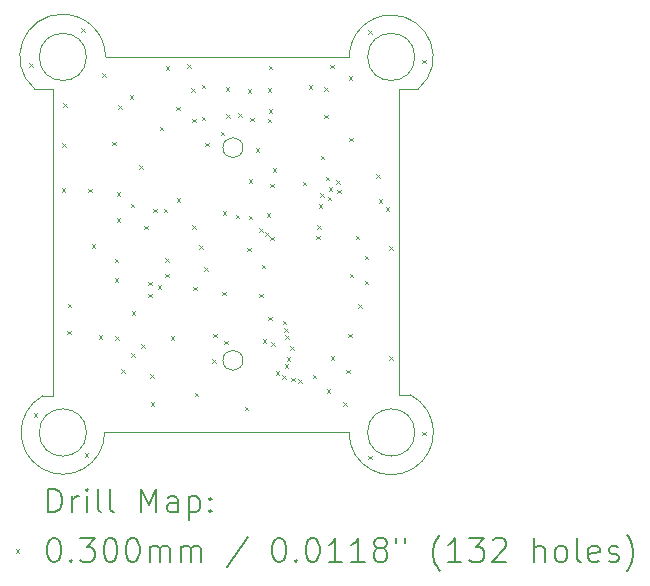
<source format=gbr>
%TF.GenerationSoftware,KiCad,Pcbnew,7.0.2*%
%TF.CreationDate,2023-07-30T22:12:46-04:00*%
%TF.ProjectId,CameraBoard,43616d65-7261-4426-9f61-72642e6b6963,rev?*%
%TF.SameCoordinates,Original*%
%TF.FileFunction,Drillmap*%
%TF.FilePolarity,Positive*%
%FSLAX45Y45*%
G04 Gerber Fmt 4.5, Leading zero omitted, Abs format (unit mm)*
G04 Created by KiCad (PCBNEW 7.0.2) date 2023-07-30 22:12:46*
%MOMM*%
%LPD*%
G01*
G04 APERTURE LIST*
%ADD10C,0.100000*%
%ADD11C,0.050000*%
%ADD12C,0.200000*%
%ADD13C,0.030000*%
G04 APERTURE END LIST*
D10*
X4625000Y-9069000D02*
G75*
G03*
X4625000Y-9069000I-85000J0D01*
G01*
X3100000Y-7938753D02*
G75*
G03*
X2860000Y-8570000I-5122J-359300D01*
G01*
X3461248Y-8300000D02*
G75*
G03*
X3100000Y-7938752I-361248J0D01*
G01*
X6110007Y-8570008D02*
G75*
G03*
X5880000Y-7945317I-228687J270488D01*
G01*
X2930000Y-11170000D02*
G75*
G03*
X3453553Y-11480000I170000J-310000D01*
G01*
X3020000Y-11170000D02*
X2930000Y-11170000D01*
X5880000Y-7945317D02*
G75*
G03*
X5525317Y-8300000I0J-354683D01*
G01*
X6040000Y-11160000D02*
X5950000Y-11160000D01*
X5950000Y-8570000D02*
X5950000Y-11160000D01*
X3300000Y-8300000D02*
G75*
G03*
X3300000Y-8300000I-200000J0D01*
G01*
X5522229Y-11480000D02*
X3453553Y-11480000D01*
X6080000Y-8300000D02*
G75*
G03*
X6080000Y-8300000I-200000J0D01*
G01*
X6110000Y-8570000D02*
X6040000Y-8570000D01*
X3020000Y-8570000D02*
X3020000Y-11170000D01*
X3020000Y-8570000D02*
X2930000Y-8570000D01*
X4625000Y-10869000D02*
G75*
G03*
X4625000Y-10869000I-85000J0D01*
G01*
X5522229Y-11480000D02*
G75*
G03*
X6040000Y-11160000I357771J0D01*
G01*
D11*
X6080000Y-11480000D02*
G75*
G03*
X6080000Y-11480000I-200000J0D01*
G01*
X3300000Y-11480000D02*
G75*
G03*
X3300000Y-11480000I-200000J0D01*
G01*
D10*
X2930000Y-8570000D02*
X2860000Y-8570000D01*
X5525317Y-8300000D02*
X3461248Y-8300000D01*
X6040000Y-8570000D02*
X5950000Y-8570000D01*
D12*
D13*
X2815000Y-8355000D02*
X2845000Y-8385000D01*
X2845000Y-8355000D02*
X2815000Y-8385000D01*
X2855000Y-11315000D02*
X2885000Y-11345000D01*
X2885000Y-11315000D02*
X2855000Y-11345000D01*
X3090000Y-9410000D02*
X3120000Y-9440000D01*
X3120000Y-9410000D02*
X3090000Y-9440000D01*
X3095000Y-9030000D02*
X3125000Y-9060000D01*
X3125000Y-9030000D02*
X3095000Y-9060000D01*
X3105000Y-8690000D02*
X3135000Y-8720000D01*
X3135000Y-8690000D02*
X3105000Y-8720000D01*
X3135000Y-10620000D02*
X3165000Y-10650000D01*
X3165000Y-10620000D02*
X3135000Y-10650000D01*
X3140000Y-10390000D02*
X3170000Y-10420000D01*
X3170000Y-10390000D02*
X3140000Y-10420000D01*
X3255000Y-8055000D02*
X3285000Y-8085000D01*
X3285000Y-8055000D02*
X3255000Y-8085000D01*
X3285000Y-11655000D02*
X3315000Y-11685000D01*
X3315000Y-11655000D02*
X3285000Y-11685000D01*
X3315000Y-9415000D02*
X3345000Y-9445000D01*
X3345000Y-9415000D02*
X3315000Y-9445000D01*
X3345000Y-9885000D02*
X3375000Y-9915000D01*
X3375000Y-9885000D02*
X3345000Y-9915000D01*
X3405000Y-10655000D02*
X3435000Y-10685000D01*
X3435000Y-10655000D02*
X3405000Y-10685000D01*
X3435000Y-8440000D02*
X3465000Y-8470000D01*
X3465000Y-8440000D02*
X3435000Y-8470000D01*
X3520000Y-9020000D02*
X3550000Y-9050000D01*
X3550000Y-9020000D02*
X3520000Y-9050000D01*
X3540000Y-10010000D02*
X3570000Y-10040000D01*
X3570000Y-10010000D02*
X3540000Y-10040000D01*
X3540000Y-10175000D02*
X3570000Y-10205000D01*
X3570000Y-10175000D02*
X3540000Y-10205000D01*
X3545000Y-10665000D02*
X3575000Y-10695000D01*
X3575000Y-10665000D02*
X3545000Y-10695000D01*
X3555000Y-9445000D02*
X3585000Y-9475000D01*
X3585000Y-9445000D02*
X3555000Y-9475000D01*
X3555000Y-9665000D02*
X3585000Y-9695000D01*
X3585000Y-9665000D02*
X3555000Y-9695000D01*
X3570000Y-8710000D02*
X3600000Y-8740000D01*
X3600000Y-8710000D02*
X3570000Y-8740000D01*
X3595000Y-10945000D02*
X3625000Y-10975000D01*
X3625000Y-10945000D02*
X3595000Y-10975000D01*
X3665000Y-8625000D02*
X3695000Y-8655000D01*
X3695000Y-8625000D02*
X3665000Y-8655000D01*
X3675000Y-9545000D02*
X3705000Y-9575000D01*
X3705000Y-9545000D02*
X3675000Y-9575000D01*
X3680000Y-10810000D02*
X3710000Y-10840000D01*
X3710000Y-10810000D02*
X3680000Y-10840000D01*
X3685000Y-10455000D02*
X3715000Y-10485000D01*
X3715000Y-10455000D02*
X3685000Y-10485000D01*
X3745000Y-9215000D02*
X3775000Y-9245000D01*
X3775000Y-9215000D02*
X3745000Y-9245000D01*
X3765000Y-10735000D02*
X3795000Y-10765000D01*
X3795000Y-10735000D02*
X3765000Y-10765000D01*
X3790000Y-9730000D02*
X3820000Y-9760000D01*
X3820000Y-9730000D02*
X3790000Y-9760000D01*
X3825000Y-10205000D02*
X3855000Y-10235000D01*
X3855000Y-10205000D02*
X3825000Y-10235000D01*
X3825000Y-10305000D02*
X3855000Y-10335000D01*
X3855000Y-10305000D02*
X3825000Y-10335000D01*
X3840000Y-10985000D02*
X3870000Y-11015000D01*
X3870000Y-10985000D02*
X3840000Y-11015000D01*
X3845000Y-11225000D02*
X3875000Y-11255000D01*
X3875000Y-11225000D02*
X3845000Y-11255000D01*
X3865000Y-9585000D02*
X3895000Y-9615000D01*
X3895000Y-9585000D02*
X3865000Y-9615000D01*
X3905000Y-10235000D02*
X3935000Y-10265000D01*
X3935000Y-10235000D02*
X3905000Y-10265000D01*
X3920000Y-8890000D02*
X3950000Y-8920000D01*
X3950000Y-8890000D02*
X3920000Y-8920000D01*
X3955000Y-9585000D02*
X3985000Y-9615000D01*
X3985000Y-9585000D02*
X3955000Y-9615000D01*
X3965000Y-10005000D02*
X3995000Y-10035000D01*
X3995000Y-10005000D02*
X3965000Y-10035000D01*
X3965000Y-10135000D02*
X3995000Y-10165000D01*
X3995000Y-10135000D02*
X3965000Y-10165000D01*
X3970000Y-8380000D02*
X4000000Y-8410000D01*
X4000000Y-8380000D02*
X3970000Y-8410000D01*
X4015000Y-10665000D02*
X4045000Y-10695000D01*
X4045000Y-10665000D02*
X4015000Y-10695000D01*
X4060000Y-8720000D02*
X4090000Y-8750000D01*
X4090000Y-8720000D02*
X4060000Y-8750000D01*
X4065000Y-9495000D02*
X4095000Y-9525000D01*
X4095000Y-9495000D02*
X4065000Y-9525000D01*
X4155000Y-8360000D02*
X4185000Y-8390000D01*
X4185000Y-8360000D02*
X4155000Y-8390000D01*
X4185000Y-8565000D02*
X4215000Y-8595000D01*
X4215000Y-8565000D02*
X4185000Y-8595000D01*
X4195000Y-8825000D02*
X4225000Y-8855000D01*
X4225000Y-8825000D02*
X4195000Y-8855000D01*
X4195000Y-9725000D02*
X4225000Y-9755000D01*
X4225000Y-9725000D02*
X4195000Y-9755000D01*
X4205000Y-10245000D02*
X4235000Y-10275000D01*
X4235000Y-10245000D02*
X4205000Y-10275000D01*
X4215000Y-11145000D02*
X4245000Y-11175000D01*
X4245000Y-11145000D02*
X4215000Y-11175000D01*
X4255000Y-9895000D02*
X4285000Y-9925000D01*
X4285000Y-9895000D02*
X4255000Y-9925000D01*
X4275000Y-8535000D02*
X4305000Y-8565000D01*
X4305000Y-8535000D02*
X4275000Y-8565000D01*
X4275000Y-8805610D02*
X4305000Y-8835610D01*
X4305000Y-8805610D02*
X4275000Y-8835610D01*
X4295000Y-10080000D02*
X4325000Y-10110000D01*
X4325000Y-10080000D02*
X4295000Y-10110000D01*
X4305000Y-9025000D02*
X4335000Y-9055000D01*
X4335000Y-9025000D02*
X4305000Y-9055000D01*
X4365000Y-10860000D02*
X4395000Y-10890000D01*
X4395000Y-10860000D02*
X4365000Y-10890000D01*
X4375000Y-10645000D02*
X4405000Y-10675000D01*
X4405000Y-10645000D02*
X4375000Y-10675000D01*
X4435000Y-8935000D02*
X4465000Y-8965000D01*
X4465000Y-8935000D02*
X4435000Y-8965000D01*
X4450000Y-10290000D02*
X4480000Y-10320000D01*
X4480000Y-10290000D02*
X4450000Y-10320000D01*
X4455000Y-9605000D02*
X4485000Y-9635000D01*
X4485000Y-9605000D02*
X4455000Y-9635000D01*
X4465000Y-10705000D02*
X4495000Y-10735000D01*
X4495000Y-10705000D02*
X4465000Y-10735000D01*
X4480000Y-8555000D02*
X4510000Y-8585000D01*
X4510000Y-8555000D02*
X4480000Y-8585000D01*
X4485000Y-8785000D02*
X4515000Y-8815000D01*
X4515000Y-8785000D02*
X4485000Y-8815000D01*
X4565000Y-9635000D02*
X4595000Y-9665000D01*
X4595000Y-9635000D02*
X4565000Y-9665000D01*
X4585000Y-8775000D02*
X4615000Y-8805000D01*
X4615000Y-8775000D02*
X4585000Y-8805000D01*
X4640000Y-11260000D02*
X4670000Y-11290000D01*
X4670000Y-11260000D02*
X4640000Y-11290000D01*
X4660000Y-9915000D02*
X4690000Y-9945000D01*
X4690000Y-9915000D02*
X4660000Y-9945000D01*
X4665000Y-8575000D02*
X4695000Y-8605000D01*
X4695000Y-8575000D02*
X4665000Y-8605000D01*
X4675000Y-9335000D02*
X4705000Y-9365000D01*
X4705000Y-9335000D02*
X4675000Y-9365000D01*
X4675000Y-9645000D02*
X4705000Y-9675000D01*
X4705000Y-9645000D02*
X4675000Y-9675000D01*
X4685000Y-8815000D02*
X4715000Y-8845000D01*
X4715000Y-8815000D02*
X4685000Y-8845000D01*
X4735000Y-9075000D02*
X4765000Y-9105000D01*
X4765000Y-9075000D02*
X4735000Y-9105000D01*
X4762944Y-9749470D02*
X4792944Y-9779470D01*
X4792944Y-9749470D02*
X4762944Y-9779470D01*
X4765000Y-10305000D02*
X4795000Y-10335000D01*
X4795000Y-10305000D02*
X4765000Y-10335000D01*
X4785000Y-10060000D02*
X4815000Y-10090000D01*
X4815000Y-10060000D02*
X4785000Y-10090000D01*
X4793448Y-10690050D02*
X4823448Y-10720050D01*
X4823448Y-10690050D02*
X4793448Y-10720050D01*
X4812680Y-9782941D02*
X4842680Y-9812941D01*
X4842680Y-9782941D02*
X4812680Y-9812941D01*
X4825000Y-9625000D02*
X4855000Y-9655000D01*
X4855000Y-9625000D02*
X4825000Y-9655000D01*
X4835000Y-8565000D02*
X4865000Y-8595000D01*
X4865000Y-8565000D02*
X4835000Y-8595000D01*
X4835000Y-8825000D02*
X4865000Y-8855000D01*
X4865000Y-8825000D02*
X4835000Y-8855000D01*
X4838622Y-10500050D02*
X4868622Y-10530050D01*
X4868622Y-10500050D02*
X4838622Y-10530050D01*
X4845000Y-8375000D02*
X4875000Y-8405000D01*
X4875000Y-8375000D02*
X4845000Y-8405000D01*
X4845000Y-8745000D02*
X4875000Y-8775000D01*
X4875000Y-8745000D02*
X4845000Y-8775000D01*
X4855000Y-9375000D02*
X4885000Y-9405000D01*
X4885000Y-9375000D02*
X4855000Y-9405000D01*
X4857514Y-9822740D02*
X4887514Y-9852740D01*
X4887514Y-9822740D02*
X4857514Y-9852740D01*
X4865000Y-10715000D02*
X4895000Y-10745000D01*
X4895000Y-10715000D02*
X4865000Y-10745000D01*
X4876749Y-9243251D02*
X4906749Y-9273251D01*
X4906749Y-9243251D02*
X4876749Y-9273251D01*
X4900526Y-10960742D02*
X4930526Y-10990742D01*
X4930526Y-10960742D02*
X4900526Y-10990742D01*
X4957696Y-10994800D02*
X4987696Y-11024800D01*
X4987696Y-10994800D02*
X4957696Y-11024800D01*
X4962365Y-10533366D02*
X4992365Y-10563366D01*
X4992365Y-10533366D02*
X4962365Y-10563366D01*
X4972768Y-10595850D02*
X5002768Y-10625850D01*
X5002768Y-10595850D02*
X4972768Y-10625850D01*
X4980105Y-10904010D02*
X5010105Y-10934010D01*
X5010105Y-10904010D02*
X4980105Y-10934010D01*
X4983895Y-10654758D02*
X5013895Y-10684758D01*
X5013895Y-10654758D02*
X4983895Y-10684758D01*
X4995098Y-10842040D02*
X5025098Y-10872040D01*
X5025098Y-10842040D02*
X4995098Y-10872040D01*
X5023476Y-10750093D02*
X5053476Y-10780093D01*
X5053476Y-10750093D02*
X5023476Y-10780093D01*
X5034646Y-11017218D02*
X5064646Y-11047218D01*
X5064646Y-11017218D02*
X5034646Y-11047218D01*
X5093374Y-11029257D02*
X5123374Y-11059257D01*
X5123374Y-11029257D02*
X5093374Y-11059257D01*
X5129326Y-9357105D02*
X5159326Y-9387105D01*
X5159326Y-9357105D02*
X5129326Y-9387105D01*
X5180000Y-8540000D02*
X5210000Y-8570000D01*
X5210000Y-8540000D02*
X5180000Y-8570000D01*
X5215000Y-10990000D02*
X5245000Y-11020000D01*
X5245000Y-10990000D02*
X5215000Y-11020000D01*
X5245000Y-9815000D02*
X5275000Y-9845000D01*
X5275000Y-9815000D02*
X5245000Y-9845000D01*
X5252885Y-9725100D02*
X5282885Y-9755100D01*
X5282885Y-9725100D02*
X5252885Y-9755100D01*
X5267685Y-9545350D02*
X5297685Y-9575350D01*
X5297685Y-9545350D02*
X5267685Y-9575350D01*
X5276927Y-9455450D02*
X5306927Y-9485450D01*
X5306927Y-9455450D02*
X5276927Y-9485450D01*
X5285000Y-9135000D02*
X5315000Y-9165000D01*
X5315000Y-9135000D02*
X5285000Y-9165000D01*
X5315000Y-8555000D02*
X5345000Y-8585000D01*
X5345000Y-8555000D02*
X5315000Y-8585000D01*
X5315000Y-8790000D02*
X5345000Y-8820000D01*
X5345000Y-8790000D02*
X5315000Y-8820000D01*
X5327559Y-9314353D02*
X5357559Y-9344353D01*
X5357559Y-9314353D02*
X5327559Y-9344353D01*
X5335000Y-11115000D02*
X5365000Y-11145000D01*
X5365000Y-11115000D02*
X5335000Y-11145000D01*
X5341135Y-9485184D02*
X5371135Y-9515184D01*
X5371135Y-9485184D02*
X5341135Y-9515184D01*
X5352432Y-9403816D02*
X5382432Y-9433816D01*
X5382432Y-9403816D02*
X5352432Y-9433816D01*
X5365000Y-8365000D02*
X5395000Y-8395000D01*
X5395000Y-8365000D02*
X5365000Y-8395000D01*
X5370000Y-10835000D02*
X5400000Y-10865000D01*
X5400000Y-10835000D02*
X5370000Y-10865000D01*
X5415000Y-9345000D02*
X5445000Y-9375000D01*
X5445000Y-9345000D02*
X5415000Y-9375000D01*
X5425000Y-9425000D02*
X5455000Y-9455000D01*
X5455000Y-9425000D02*
X5425000Y-9455000D01*
X5475000Y-11225000D02*
X5505000Y-11255000D01*
X5505000Y-11225000D02*
X5475000Y-11255000D01*
X5500000Y-10950000D02*
X5530000Y-10980000D01*
X5530000Y-10950000D02*
X5500000Y-10980000D01*
X5515000Y-10645000D02*
X5545000Y-10675000D01*
X5545000Y-10645000D02*
X5515000Y-10675000D01*
X5520000Y-8465000D02*
X5550000Y-8495000D01*
X5550000Y-8465000D02*
X5520000Y-8495000D01*
X5525000Y-8985000D02*
X5555000Y-9015000D01*
X5555000Y-8985000D02*
X5525000Y-9015000D01*
X5530050Y-10135000D02*
X5560050Y-10165000D01*
X5560050Y-10135000D02*
X5530050Y-10165000D01*
X5580400Y-9815000D02*
X5610400Y-9845000D01*
X5610400Y-9815000D02*
X5580400Y-9845000D01*
X5602550Y-10392899D02*
X5632550Y-10422899D01*
X5632550Y-10392899D02*
X5602550Y-10422899D01*
X5655000Y-9985000D02*
X5685000Y-10015000D01*
X5685000Y-9985000D02*
X5655000Y-10015000D01*
X5655000Y-10195000D02*
X5685000Y-10225000D01*
X5685000Y-10195000D02*
X5655000Y-10225000D01*
X5685000Y-8075000D02*
X5715000Y-8105000D01*
X5715000Y-8075000D02*
X5685000Y-8105000D01*
X5685000Y-11675000D02*
X5715000Y-11705000D01*
X5715000Y-11675000D02*
X5685000Y-11705000D01*
X5755000Y-9295000D02*
X5785000Y-9325000D01*
X5785000Y-9295000D02*
X5755000Y-9325000D01*
X5775000Y-9505000D02*
X5805000Y-9535000D01*
X5805000Y-9505000D02*
X5775000Y-9535000D01*
X5835000Y-9575000D02*
X5865000Y-9605000D01*
X5865000Y-9575000D02*
X5835000Y-9605000D01*
X5865000Y-9905000D02*
X5895000Y-9935000D01*
X5895000Y-9905000D02*
X5865000Y-9935000D01*
X5865000Y-10835000D02*
X5895000Y-10865000D01*
X5895000Y-10835000D02*
X5865000Y-10865000D01*
X6145000Y-8325000D02*
X6175000Y-8355000D01*
X6175000Y-8325000D02*
X6145000Y-8355000D01*
X6145000Y-11475000D02*
X6175000Y-11505000D01*
X6175000Y-11475000D02*
X6145000Y-11505000D01*
D12*
X2978160Y-12155295D02*
X2978160Y-11955295D01*
X2978160Y-11955295D02*
X3025779Y-11955295D01*
X3025779Y-11955295D02*
X3054351Y-11964818D01*
X3054351Y-11964818D02*
X3073398Y-11983866D01*
X3073398Y-11983866D02*
X3082922Y-12002914D01*
X3082922Y-12002914D02*
X3092446Y-12041009D01*
X3092446Y-12041009D02*
X3092446Y-12069580D01*
X3092446Y-12069580D02*
X3082922Y-12107675D01*
X3082922Y-12107675D02*
X3073398Y-12126723D01*
X3073398Y-12126723D02*
X3054351Y-12145771D01*
X3054351Y-12145771D02*
X3025779Y-12155295D01*
X3025779Y-12155295D02*
X2978160Y-12155295D01*
X3178160Y-12155295D02*
X3178160Y-12021961D01*
X3178160Y-12060056D02*
X3187684Y-12041009D01*
X3187684Y-12041009D02*
X3197208Y-12031485D01*
X3197208Y-12031485D02*
X3216255Y-12021961D01*
X3216255Y-12021961D02*
X3235303Y-12021961D01*
X3301970Y-12155295D02*
X3301970Y-12021961D01*
X3301970Y-11955295D02*
X3292446Y-11964818D01*
X3292446Y-11964818D02*
X3301970Y-11974342D01*
X3301970Y-11974342D02*
X3311494Y-11964818D01*
X3311494Y-11964818D02*
X3301970Y-11955295D01*
X3301970Y-11955295D02*
X3301970Y-11974342D01*
X3425779Y-12155295D02*
X3406732Y-12145771D01*
X3406732Y-12145771D02*
X3397208Y-12126723D01*
X3397208Y-12126723D02*
X3397208Y-11955295D01*
X3530541Y-12155295D02*
X3511494Y-12145771D01*
X3511494Y-12145771D02*
X3501970Y-12126723D01*
X3501970Y-12126723D02*
X3501970Y-11955295D01*
X3759113Y-12155295D02*
X3759113Y-11955295D01*
X3759113Y-11955295D02*
X3825779Y-12098152D01*
X3825779Y-12098152D02*
X3892446Y-11955295D01*
X3892446Y-11955295D02*
X3892446Y-12155295D01*
X4073398Y-12155295D02*
X4073398Y-12050533D01*
X4073398Y-12050533D02*
X4063875Y-12031485D01*
X4063875Y-12031485D02*
X4044827Y-12021961D01*
X4044827Y-12021961D02*
X4006732Y-12021961D01*
X4006732Y-12021961D02*
X3987684Y-12031485D01*
X4073398Y-12145771D02*
X4054351Y-12155295D01*
X4054351Y-12155295D02*
X4006732Y-12155295D01*
X4006732Y-12155295D02*
X3987684Y-12145771D01*
X3987684Y-12145771D02*
X3978160Y-12126723D01*
X3978160Y-12126723D02*
X3978160Y-12107675D01*
X3978160Y-12107675D02*
X3987684Y-12088628D01*
X3987684Y-12088628D02*
X4006732Y-12079104D01*
X4006732Y-12079104D02*
X4054351Y-12079104D01*
X4054351Y-12079104D02*
X4073398Y-12069580D01*
X4168636Y-12021961D02*
X4168636Y-12221961D01*
X4168636Y-12031485D02*
X4187684Y-12021961D01*
X4187684Y-12021961D02*
X4225779Y-12021961D01*
X4225779Y-12021961D02*
X4244827Y-12031485D01*
X4244827Y-12031485D02*
X4254351Y-12041009D01*
X4254351Y-12041009D02*
X4263875Y-12060056D01*
X4263875Y-12060056D02*
X4263875Y-12117199D01*
X4263875Y-12117199D02*
X4254351Y-12136247D01*
X4254351Y-12136247D02*
X4244827Y-12145771D01*
X4244827Y-12145771D02*
X4225779Y-12155295D01*
X4225779Y-12155295D02*
X4187684Y-12155295D01*
X4187684Y-12155295D02*
X4168636Y-12145771D01*
X4349589Y-12136247D02*
X4359113Y-12145771D01*
X4359113Y-12145771D02*
X4349589Y-12155295D01*
X4349589Y-12155295D02*
X4340065Y-12145771D01*
X4340065Y-12145771D02*
X4349589Y-12136247D01*
X4349589Y-12136247D02*
X4349589Y-12155295D01*
X4349589Y-12031485D02*
X4359113Y-12041009D01*
X4359113Y-12041009D02*
X4349589Y-12050533D01*
X4349589Y-12050533D02*
X4340065Y-12041009D01*
X4340065Y-12041009D02*
X4349589Y-12031485D01*
X4349589Y-12031485D02*
X4349589Y-12050533D01*
D13*
X2700541Y-12467771D02*
X2730541Y-12497771D01*
X2730541Y-12467771D02*
X2700541Y-12497771D01*
D12*
X3016255Y-12375295D02*
X3035303Y-12375295D01*
X3035303Y-12375295D02*
X3054351Y-12384818D01*
X3054351Y-12384818D02*
X3063875Y-12394342D01*
X3063875Y-12394342D02*
X3073398Y-12413390D01*
X3073398Y-12413390D02*
X3082922Y-12451485D01*
X3082922Y-12451485D02*
X3082922Y-12499104D01*
X3082922Y-12499104D02*
X3073398Y-12537199D01*
X3073398Y-12537199D02*
X3063875Y-12556247D01*
X3063875Y-12556247D02*
X3054351Y-12565771D01*
X3054351Y-12565771D02*
X3035303Y-12575295D01*
X3035303Y-12575295D02*
X3016255Y-12575295D01*
X3016255Y-12575295D02*
X2997208Y-12565771D01*
X2997208Y-12565771D02*
X2987684Y-12556247D01*
X2987684Y-12556247D02*
X2978160Y-12537199D01*
X2978160Y-12537199D02*
X2968636Y-12499104D01*
X2968636Y-12499104D02*
X2968636Y-12451485D01*
X2968636Y-12451485D02*
X2978160Y-12413390D01*
X2978160Y-12413390D02*
X2987684Y-12394342D01*
X2987684Y-12394342D02*
X2997208Y-12384818D01*
X2997208Y-12384818D02*
X3016255Y-12375295D01*
X3168636Y-12556247D02*
X3178160Y-12565771D01*
X3178160Y-12565771D02*
X3168636Y-12575295D01*
X3168636Y-12575295D02*
X3159113Y-12565771D01*
X3159113Y-12565771D02*
X3168636Y-12556247D01*
X3168636Y-12556247D02*
X3168636Y-12575295D01*
X3244827Y-12375295D02*
X3368636Y-12375295D01*
X3368636Y-12375295D02*
X3301970Y-12451485D01*
X3301970Y-12451485D02*
X3330541Y-12451485D01*
X3330541Y-12451485D02*
X3349589Y-12461009D01*
X3349589Y-12461009D02*
X3359113Y-12470533D01*
X3359113Y-12470533D02*
X3368636Y-12489580D01*
X3368636Y-12489580D02*
X3368636Y-12537199D01*
X3368636Y-12537199D02*
X3359113Y-12556247D01*
X3359113Y-12556247D02*
X3349589Y-12565771D01*
X3349589Y-12565771D02*
X3330541Y-12575295D01*
X3330541Y-12575295D02*
X3273398Y-12575295D01*
X3273398Y-12575295D02*
X3254351Y-12565771D01*
X3254351Y-12565771D02*
X3244827Y-12556247D01*
X3492446Y-12375295D02*
X3511494Y-12375295D01*
X3511494Y-12375295D02*
X3530541Y-12384818D01*
X3530541Y-12384818D02*
X3540065Y-12394342D01*
X3540065Y-12394342D02*
X3549589Y-12413390D01*
X3549589Y-12413390D02*
X3559113Y-12451485D01*
X3559113Y-12451485D02*
X3559113Y-12499104D01*
X3559113Y-12499104D02*
X3549589Y-12537199D01*
X3549589Y-12537199D02*
X3540065Y-12556247D01*
X3540065Y-12556247D02*
X3530541Y-12565771D01*
X3530541Y-12565771D02*
X3511494Y-12575295D01*
X3511494Y-12575295D02*
X3492446Y-12575295D01*
X3492446Y-12575295D02*
X3473398Y-12565771D01*
X3473398Y-12565771D02*
X3463875Y-12556247D01*
X3463875Y-12556247D02*
X3454351Y-12537199D01*
X3454351Y-12537199D02*
X3444827Y-12499104D01*
X3444827Y-12499104D02*
X3444827Y-12451485D01*
X3444827Y-12451485D02*
X3454351Y-12413390D01*
X3454351Y-12413390D02*
X3463875Y-12394342D01*
X3463875Y-12394342D02*
X3473398Y-12384818D01*
X3473398Y-12384818D02*
X3492446Y-12375295D01*
X3682922Y-12375295D02*
X3701970Y-12375295D01*
X3701970Y-12375295D02*
X3721017Y-12384818D01*
X3721017Y-12384818D02*
X3730541Y-12394342D01*
X3730541Y-12394342D02*
X3740065Y-12413390D01*
X3740065Y-12413390D02*
X3749589Y-12451485D01*
X3749589Y-12451485D02*
X3749589Y-12499104D01*
X3749589Y-12499104D02*
X3740065Y-12537199D01*
X3740065Y-12537199D02*
X3730541Y-12556247D01*
X3730541Y-12556247D02*
X3721017Y-12565771D01*
X3721017Y-12565771D02*
X3701970Y-12575295D01*
X3701970Y-12575295D02*
X3682922Y-12575295D01*
X3682922Y-12575295D02*
X3663875Y-12565771D01*
X3663875Y-12565771D02*
X3654351Y-12556247D01*
X3654351Y-12556247D02*
X3644827Y-12537199D01*
X3644827Y-12537199D02*
X3635303Y-12499104D01*
X3635303Y-12499104D02*
X3635303Y-12451485D01*
X3635303Y-12451485D02*
X3644827Y-12413390D01*
X3644827Y-12413390D02*
X3654351Y-12394342D01*
X3654351Y-12394342D02*
X3663875Y-12384818D01*
X3663875Y-12384818D02*
X3682922Y-12375295D01*
X3835303Y-12575295D02*
X3835303Y-12441961D01*
X3835303Y-12461009D02*
X3844827Y-12451485D01*
X3844827Y-12451485D02*
X3863875Y-12441961D01*
X3863875Y-12441961D02*
X3892446Y-12441961D01*
X3892446Y-12441961D02*
X3911494Y-12451485D01*
X3911494Y-12451485D02*
X3921017Y-12470533D01*
X3921017Y-12470533D02*
X3921017Y-12575295D01*
X3921017Y-12470533D02*
X3930541Y-12451485D01*
X3930541Y-12451485D02*
X3949589Y-12441961D01*
X3949589Y-12441961D02*
X3978160Y-12441961D01*
X3978160Y-12441961D02*
X3997208Y-12451485D01*
X3997208Y-12451485D02*
X4006732Y-12470533D01*
X4006732Y-12470533D02*
X4006732Y-12575295D01*
X4101970Y-12575295D02*
X4101970Y-12441961D01*
X4101970Y-12461009D02*
X4111494Y-12451485D01*
X4111494Y-12451485D02*
X4130541Y-12441961D01*
X4130541Y-12441961D02*
X4159113Y-12441961D01*
X4159113Y-12441961D02*
X4178160Y-12451485D01*
X4178160Y-12451485D02*
X4187684Y-12470533D01*
X4187684Y-12470533D02*
X4187684Y-12575295D01*
X4187684Y-12470533D02*
X4197208Y-12451485D01*
X4197208Y-12451485D02*
X4216256Y-12441961D01*
X4216256Y-12441961D02*
X4244827Y-12441961D01*
X4244827Y-12441961D02*
X4263875Y-12451485D01*
X4263875Y-12451485D02*
X4273399Y-12470533D01*
X4273399Y-12470533D02*
X4273399Y-12575295D01*
X4663875Y-12365771D02*
X4492446Y-12622914D01*
X4921018Y-12375295D02*
X4940065Y-12375295D01*
X4940065Y-12375295D02*
X4959113Y-12384818D01*
X4959113Y-12384818D02*
X4968637Y-12394342D01*
X4968637Y-12394342D02*
X4978161Y-12413390D01*
X4978161Y-12413390D02*
X4987684Y-12451485D01*
X4987684Y-12451485D02*
X4987684Y-12499104D01*
X4987684Y-12499104D02*
X4978161Y-12537199D01*
X4978161Y-12537199D02*
X4968637Y-12556247D01*
X4968637Y-12556247D02*
X4959113Y-12565771D01*
X4959113Y-12565771D02*
X4940065Y-12575295D01*
X4940065Y-12575295D02*
X4921018Y-12575295D01*
X4921018Y-12575295D02*
X4901970Y-12565771D01*
X4901970Y-12565771D02*
X4892446Y-12556247D01*
X4892446Y-12556247D02*
X4882922Y-12537199D01*
X4882922Y-12537199D02*
X4873399Y-12499104D01*
X4873399Y-12499104D02*
X4873399Y-12451485D01*
X4873399Y-12451485D02*
X4882922Y-12413390D01*
X4882922Y-12413390D02*
X4892446Y-12394342D01*
X4892446Y-12394342D02*
X4901970Y-12384818D01*
X4901970Y-12384818D02*
X4921018Y-12375295D01*
X5073399Y-12556247D02*
X5082922Y-12565771D01*
X5082922Y-12565771D02*
X5073399Y-12575295D01*
X5073399Y-12575295D02*
X5063875Y-12565771D01*
X5063875Y-12565771D02*
X5073399Y-12556247D01*
X5073399Y-12556247D02*
X5073399Y-12575295D01*
X5206732Y-12375295D02*
X5225780Y-12375295D01*
X5225780Y-12375295D02*
X5244827Y-12384818D01*
X5244827Y-12384818D02*
X5254351Y-12394342D01*
X5254351Y-12394342D02*
X5263875Y-12413390D01*
X5263875Y-12413390D02*
X5273399Y-12451485D01*
X5273399Y-12451485D02*
X5273399Y-12499104D01*
X5273399Y-12499104D02*
X5263875Y-12537199D01*
X5263875Y-12537199D02*
X5254351Y-12556247D01*
X5254351Y-12556247D02*
X5244827Y-12565771D01*
X5244827Y-12565771D02*
X5225780Y-12575295D01*
X5225780Y-12575295D02*
X5206732Y-12575295D01*
X5206732Y-12575295D02*
X5187684Y-12565771D01*
X5187684Y-12565771D02*
X5178161Y-12556247D01*
X5178161Y-12556247D02*
X5168637Y-12537199D01*
X5168637Y-12537199D02*
X5159113Y-12499104D01*
X5159113Y-12499104D02*
X5159113Y-12451485D01*
X5159113Y-12451485D02*
X5168637Y-12413390D01*
X5168637Y-12413390D02*
X5178161Y-12394342D01*
X5178161Y-12394342D02*
X5187684Y-12384818D01*
X5187684Y-12384818D02*
X5206732Y-12375295D01*
X5463875Y-12575295D02*
X5349589Y-12575295D01*
X5406732Y-12575295D02*
X5406732Y-12375295D01*
X5406732Y-12375295D02*
X5387684Y-12403866D01*
X5387684Y-12403866D02*
X5368637Y-12422914D01*
X5368637Y-12422914D02*
X5349589Y-12432437D01*
X5654351Y-12575295D02*
X5540065Y-12575295D01*
X5597208Y-12575295D02*
X5597208Y-12375295D01*
X5597208Y-12375295D02*
X5578161Y-12403866D01*
X5578161Y-12403866D02*
X5559113Y-12422914D01*
X5559113Y-12422914D02*
X5540065Y-12432437D01*
X5768637Y-12461009D02*
X5749589Y-12451485D01*
X5749589Y-12451485D02*
X5740065Y-12441961D01*
X5740065Y-12441961D02*
X5730541Y-12422914D01*
X5730541Y-12422914D02*
X5730541Y-12413390D01*
X5730541Y-12413390D02*
X5740065Y-12394342D01*
X5740065Y-12394342D02*
X5749589Y-12384818D01*
X5749589Y-12384818D02*
X5768637Y-12375295D01*
X5768637Y-12375295D02*
X5806732Y-12375295D01*
X5806732Y-12375295D02*
X5825780Y-12384818D01*
X5825780Y-12384818D02*
X5835303Y-12394342D01*
X5835303Y-12394342D02*
X5844827Y-12413390D01*
X5844827Y-12413390D02*
X5844827Y-12422914D01*
X5844827Y-12422914D02*
X5835303Y-12441961D01*
X5835303Y-12441961D02*
X5825780Y-12451485D01*
X5825780Y-12451485D02*
X5806732Y-12461009D01*
X5806732Y-12461009D02*
X5768637Y-12461009D01*
X5768637Y-12461009D02*
X5749589Y-12470533D01*
X5749589Y-12470533D02*
X5740065Y-12480056D01*
X5740065Y-12480056D02*
X5730541Y-12499104D01*
X5730541Y-12499104D02*
X5730541Y-12537199D01*
X5730541Y-12537199D02*
X5740065Y-12556247D01*
X5740065Y-12556247D02*
X5749589Y-12565771D01*
X5749589Y-12565771D02*
X5768637Y-12575295D01*
X5768637Y-12575295D02*
X5806732Y-12575295D01*
X5806732Y-12575295D02*
X5825780Y-12565771D01*
X5825780Y-12565771D02*
X5835303Y-12556247D01*
X5835303Y-12556247D02*
X5844827Y-12537199D01*
X5844827Y-12537199D02*
X5844827Y-12499104D01*
X5844827Y-12499104D02*
X5835303Y-12480056D01*
X5835303Y-12480056D02*
X5825780Y-12470533D01*
X5825780Y-12470533D02*
X5806732Y-12461009D01*
X5921018Y-12375295D02*
X5921018Y-12413390D01*
X5997208Y-12375295D02*
X5997208Y-12413390D01*
X6292446Y-12651485D02*
X6282922Y-12641961D01*
X6282922Y-12641961D02*
X6263875Y-12613390D01*
X6263875Y-12613390D02*
X6254351Y-12594342D01*
X6254351Y-12594342D02*
X6244827Y-12565771D01*
X6244827Y-12565771D02*
X6235303Y-12518152D01*
X6235303Y-12518152D02*
X6235303Y-12480056D01*
X6235303Y-12480056D02*
X6244827Y-12432437D01*
X6244827Y-12432437D02*
X6254351Y-12403866D01*
X6254351Y-12403866D02*
X6263875Y-12384818D01*
X6263875Y-12384818D02*
X6282922Y-12356247D01*
X6282922Y-12356247D02*
X6292446Y-12346723D01*
X6473399Y-12575295D02*
X6359113Y-12575295D01*
X6416256Y-12575295D02*
X6416256Y-12375295D01*
X6416256Y-12375295D02*
X6397208Y-12403866D01*
X6397208Y-12403866D02*
X6378161Y-12422914D01*
X6378161Y-12422914D02*
X6359113Y-12432437D01*
X6540065Y-12375295D02*
X6663875Y-12375295D01*
X6663875Y-12375295D02*
X6597208Y-12451485D01*
X6597208Y-12451485D02*
X6625780Y-12451485D01*
X6625780Y-12451485D02*
X6644827Y-12461009D01*
X6644827Y-12461009D02*
X6654351Y-12470533D01*
X6654351Y-12470533D02*
X6663875Y-12489580D01*
X6663875Y-12489580D02*
X6663875Y-12537199D01*
X6663875Y-12537199D02*
X6654351Y-12556247D01*
X6654351Y-12556247D02*
X6644827Y-12565771D01*
X6644827Y-12565771D02*
X6625780Y-12575295D01*
X6625780Y-12575295D02*
X6568637Y-12575295D01*
X6568637Y-12575295D02*
X6549589Y-12565771D01*
X6549589Y-12565771D02*
X6540065Y-12556247D01*
X6740065Y-12394342D02*
X6749589Y-12384818D01*
X6749589Y-12384818D02*
X6768637Y-12375295D01*
X6768637Y-12375295D02*
X6816256Y-12375295D01*
X6816256Y-12375295D02*
X6835303Y-12384818D01*
X6835303Y-12384818D02*
X6844827Y-12394342D01*
X6844827Y-12394342D02*
X6854351Y-12413390D01*
X6854351Y-12413390D02*
X6854351Y-12432437D01*
X6854351Y-12432437D02*
X6844827Y-12461009D01*
X6844827Y-12461009D02*
X6730542Y-12575295D01*
X6730542Y-12575295D02*
X6854351Y-12575295D01*
X7092446Y-12575295D02*
X7092446Y-12375295D01*
X7178161Y-12575295D02*
X7178161Y-12470533D01*
X7178161Y-12470533D02*
X7168637Y-12451485D01*
X7168637Y-12451485D02*
X7149589Y-12441961D01*
X7149589Y-12441961D02*
X7121018Y-12441961D01*
X7121018Y-12441961D02*
X7101970Y-12451485D01*
X7101970Y-12451485D02*
X7092446Y-12461009D01*
X7301970Y-12575295D02*
X7282923Y-12565771D01*
X7282923Y-12565771D02*
X7273399Y-12556247D01*
X7273399Y-12556247D02*
X7263875Y-12537199D01*
X7263875Y-12537199D02*
X7263875Y-12480056D01*
X7263875Y-12480056D02*
X7273399Y-12461009D01*
X7273399Y-12461009D02*
X7282923Y-12451485D01*
X7282923Y-12451485D02*
X7301970Y-12441961D01*
X7301970Y-12441961D02*
X7330542Y-12441961D01*
X7330542Y-12441961D02*
X7349589Y-12451485D01*
X7349589Y-12451485D02*
X7359113Y-12461009D01*
X7359113Y-12461009D02*
X7368637Y-12480056D01*
X7368637Y-12480056D02*
X7368637Y-12537199D01*
X7368637Y-12537199D02*
X7359113Y-12556247D01*
X7359113Y-12556247D02*
X7349589Y-12565771D01*
X7349589Y-12565771D02*
X7330542Y-12575295D01*
X7330542Y-12575295D02*
X7301970Y-12575295D01*
X7482923Y-12575295D02*
X7463875Y-12565771D01*
X7463875Y-12565771D02*
X7454351Y-12546723D01*
X7454351Y-12546723D02*
X7454351Y-12375295D01*
X7635304Y-12565771D02*
X7616256Y-12575295D01*
X7616256Y-12575295D02*
X7578161Y-12575295D01*
X7578161Y-12575295D02*
X7559113Y-12565771D01*
X7559113Y-12565771D02*
X7549589Y-12546723D01*
X7549589Y-12546723D02*
X7549589Y-12470533D01*
X7549589Y-12470533D02*
X7559113Y-12451485D01*
X7559113Y-12451485D02*
X7578161Y-12441961D01*
X7578161Y-12441961D02*
X7616256Y-12441961D01*
X7616256Y-12441961D02*
X7635304Y-12451485D01*
X7635304Y-12451485D02*
X7644827Y-12470533D01*
X7644827Y-12470533D02*
X7644827Y-12489580D01*
X7644827Y-12489580D02*
X7549589Y-12508628D01*
X7721018Y-12565771D02*
X7740065Y-12575295D01*
X7740065Y-12575295D02*
X7778161Y-12575295D01*
X7778161Y-12575295D02*
X7797208Y-12565771D01*
X7797208Y-12565771D02*
X7806732Y-12546723D01*
X7806732Y-12546723D02*
X7806732Y-12537199D01*
X7806732Y-12537199D02*
X7797208Y-12518152D01*
X7797208Y-12518152D02*
X7778161Y-12508628D01*
X7778161Y-12508628D02*
X7749589Y-12508628D01*
X7749589Y-12508628D02*
X7730542Y-12499104D01*
X7730542Y-12499104D02*
X7721018Y-12480056D01*
X7721018Y-12480056D02*
X7721018Y-12470533D01*
X7721018Y-12470533D02*
X7730542Y-12451485D01*
X7730542Y-12451485D02*
X7749589Y-12441961D01*
X7749589Y-12441961D02*
X7778161Y-12441961D01*
X7778161Y-12441961D02*
X7797208Y-12451485D01*
X7873399Y-12651485D02*
X7882923Y-12641961D01*
X7882923Y-12641961D02*
X7901970Y-12613390D01*
X7901970Y-12613390D02*
X7911494Y-12594342D01*
X7911494Y-12594342D02*
X7921018Y-12565771D01*
X7921018Y-12565771D02*
X7930542Y-12518152D01*
X7930542Y-12518152D02*
X7930542Y-12480056D01*
X7930542Y-12480056D02*
X7921018Y-12432437D01*
X7921018Y-12432437D02*
X7911494Y-12403866D01*
X7911494Y-12403866D02*
X7901970Y-12384818D01*
X7901970Y-12384818D02*
X7882923Y-12356247D01*
X7882923Y-12356247D02*
X7873399Y-12346723D01*
M02*

</source>
